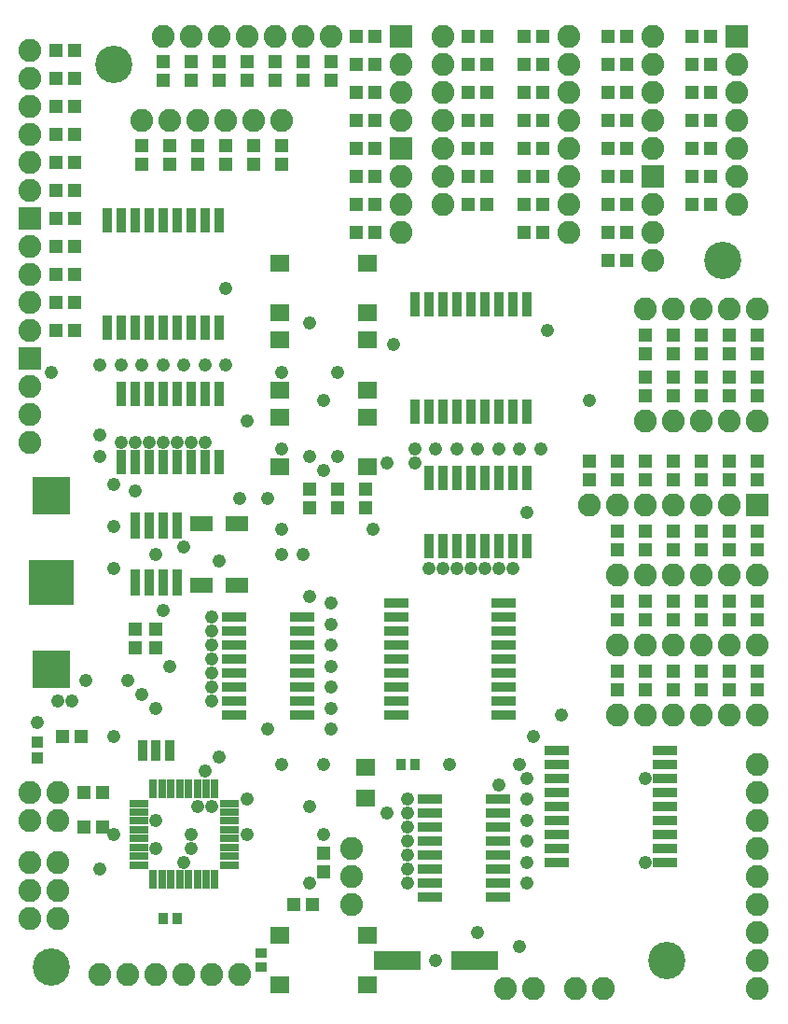
<source format=gts>
G75*
G70*
%OFA0B0*%
%FSLAX24Y24*%
%IPPOS*%
%LPD*%
%AMOC8*
5,1,8,0,0,1.08239X$1,22.5*
%
%ADD10C,0.1330*%
%ADD11R,0.0280X0.0660*%
%ADD12R,0.0660X0.0280*%
%ADD13R,0.0474X0.0513*%
%ADD14R,0.0395X0.0395*%
%ADD15R,0.0356X0.0749*%
%ADD16R,0.0356X0.0434*%
%ADD17R,0.0710X0.0631*%
%ADD18R,0.0690X0.0592*%
%ADD19C,0.0820*%
%ADD20R,0.0434X0.0356*%
%ADD21R,0.0340X0.0880*%
%ADD22R,0.0880X0.0340*%
%ADD23R,0.0513X0.0474*%
%ADD24R,0.0820X0.0820*%
%ADD25R,0.0320X0.0950*%
%ADD26R,0.1640X0.1640*%
%ADD27R,0.1330X0.1330*%
%ADD28R,0.0830X0.0580*%
%ADD29R,0.1655X0.0710*%
%ADD30C,0.0476*%
D10*
X002286Y001484D03*
X024286Y001734D03*
X026286Y026734D03*
X004536Y033734D03*
D11*
X005936Y007854D03*
X006246Y007854D03*
X006566Y007854D03*
X006876Y007854D03*
X007196Y007854D03*
X007506Y007854D03*
X007826Y007854D03*
X008136Y007854D03*
X008136Y004614D03*
X007826Y004614D03*
X007506Y004614D03*
X007196Y004614D03*
X006876Y004614D03*
X006566Y004614D03*
X006246Y004614D03*
X005936Y004614D03*
D12*
X005416Y005134D03*
X005416Y005444D03*
X005416Y005764D03*
X005416Y006074D03*
X005416Y006394D03*
X005416Y006704D03*
X005416Y007024D03*
X005416Y007334D03*
X008656Y007334D03*
X008656Y007024D03*
X008656Y006704D03*
X008656Y006394D03*
X008656Y006074D03*
X008656Y005764D03*
X008656Y005444D03*
X008656Y005134D03*
D13*
X010952Y003734D03*
X011621Y003734D03*
X012036Y004900D03*
X012036Y005569D03*
X006036Y012900D03*
X006036Y013569D03*
X005286Y013569D03*
X005286Y012900D03*
X003371Y009734D03*
X002702Y009734D03*
X011536Y017900D03*
X011536Y018569D03*
X012536Y018569D03*
X012536Y017900D03*
X013536Y017900D03*
X013536Y018569D03*
X021536Y018900D03*
X021536Y019569D03*
X022536Y019569D03*
X022536Y018900D03*
X023536Y018900D03*
X023536Y019569D03*
X024536Y019569D03*
X024536Y018900D03*
X025536Y018900D03*
X025536Y019569D03*
X026536Y019569D03*
X026536Y018900D03*
X027536Y018900D03*
X027536Y019569D03*
X027536Y021900D03*
X027536Y022569D03*
X027536Y023400D03*
X027536Y024069D03*
X026536Y024069D03*
X026536Y023400D03*
X026536Y022569D03*
X026536Y021900D03*
X025536Y021900D03*
X025536Y022569D03*
X025536Y023400D03*
X025536Y024069D03*
X024536Y024069D03*
X024536Y023400D03*
X024536Y022569D03*
X024536Y021900D03*
X023536Y021900D03*
X023536Y022569D03*
X023536Y023400D03*
X023536Y024069D03*
X023536Y017069D03*
X023536Y016400D03*
X024536Y016400D03*
X024536Y017069D03*
X025536Y017069D03*
X025536Y016400D03*
X026536Y016400D03*
X026536Y017069D03*
X027536Y017069D03*
X027536Y016400D03*
X027536Y014569D03*
X027536Y013900D03*
X026536Y013900D03*
X026536Y014569D03*
X025536Y014569D03*
X025536Y013900D03*
X024536Y013900D03*
X024536Y014569D03*
X023536Y014569D03*
X023536Y013900D03*
X022536Y013900D03*
X022536Y014569D03*
X022536Y016400D03*
X022536Y017069D03*
X022536Y012069D03*
X022536Y011400D03*
X023536Y011400D03*
X023536Y012069D03*
X024536Y012069D03*
X024536Y011400D03*
X025536Y011400D03*
X025536Y012069D03*
X026536Y012069D03*
X026536Y011400D03*
X027536Y011400D03*
X027536Y012069D03*
X010536Y030150D03*
X010536Y030819D03*
X009536Y030819D03*
X009536Y030150D03*
X008536Y030150D03*
X008536Y030819D03*
X007536Y030819D03*
X007536Y030150D03*
X006536Y030150D03*
X006536Y030819D03*
X005536Y030819D03*
X005536Y030150D03*
X006286Y033150D03*
X006286Y033819D03*
X007286Y033819D03*
X007286Y033150D03*
X008286Y033150D03*
X008286Y033819D03*
X009286Y033819D03*
X009286Y033150D03*
X010286Y033150D03*
X010286Y033819D03*
X011286Y033819D03*
X011286Y033150D03*
X012286Y033150D03*
X012286Y033819D03*
D14*
X001786Y009529D03*
X001786Y008939D03*
D15*
X005564Y009234D03*
X006036Y009234D03*
X006509Y009234D03*
D16*
X006281Y003234D03*
X006792Y003234D03*
X014781Y008734D03*
X015292Y008734D03*
D17*
X013536Y008635D03*
X013536Y007533D03*
D18*
X013601Y002620D03*
X013601Y000848D03*
X010471Y000848D03*
X010471Y002620D03*
X010471Y019348D03*
X010471Y021120D03*
X010471Y022098D03*
X010471Y023870D03*
X010471Y024848D03*
X010471Y026620D03*
X013601Y026620D03*
X013601Y024848D03*
X013601Y023870D03*
X013601Y022098D03*
X013601Y021120D03*
X013601Y019348D03*
D19*
X021536Y017984D03*
X022536Y017984D03*
X023536Y017984D03*
X024536Y017984D03*
X025536Y017984D03*
X026536Y017984D03*
X026536Y015484D03*
X025536Y015484D03*
X024536Y015484D03*
X023536Y015484D03*
X022536Y015484D03*
X022536Y012984D03*
X023536Y012984D03*
X024536Y012984D03*
X025536Y012984D03*
X026536Y012984D03*
X027536Y012984D03*
X027536Y010484D03*
X026536Y010484D03*
X025536Y010484D03*
X024536Y010484D03*
X023536Y010484D03*
X022536Y010484D03*
X027536Y008734D03*
X027536Y007734D03*
X027536Y006734D03*
X027536Y005734D03*
X027536Y004734D03*
X027536Y003734D03*
X027536Y002734D03*
X027536Y001734D03*
X027536Y000734D03*
X022036Y000734D03*
X021036Y000734D03*
X019536Y000734D03*
X018536Y000734D03*
X013036Y003734D03*
X013036Y004734D03*
X013036Y005734D03*
X009036Y001234D03*
X008036Y001234D03*
X007036Y001234D03*
X006036Y001234D03*
X005036Y001234D03*
X004036Y001234D03*
X002536Y003234D03*
X002536Y004234D03*
X001536Y004234D03*
X001536Y003234D03*
X001536Y005234D03*
X002536Y005234D03*
X002536Y006734D03*
X002536Y007734D03*
X001536Y007734D03*
X001536Y006734D03*
X001536Y020234D03*
X001536Y021234D03*
X001536Y022234D03*
X001536Y024234D03*
X001536Y025234D03*
X001536Y026234D03*
X001536Y027234D03*
X001536Y029234D03*
X001536Y030234D03*
X001536Y031234D03*
X001536Y032234D03*
X001536Y033234D03*
X001536Y034234D03*
X005536Y031734D03*
X006536Y031734D03*
X007536Y031734D03*
X008536Y031734D03*
X009536Y031734D03*
X010536Y031734D03*
X010286Y034734D03*
X009286Y034734D03*
X008286Y034734D03*
X007286Y034734D03*
X006286Y034734D03*
X011286Y034734D03*
X012286Y034734D03*
X014786Y033734D03*
X014786Y032734D03*
X014786Y031734D03*
X016286Y031734D03*
X016286Y030734D03*
X016286Y029734D03*
X016286Y028734D03*
X014786Y028734D03*
X014786Y027734D03*
X014786Y029734D03*
X016286Y032734D03*
X016286Y033734D03*
X016286Y034734D03*
X020786Y034734D03*
X020786Y033734D03*
X020786Y032734D03*
X020786Y031734D03*
X020786Y030734D03*
X020786Y029734D03*
X020786Y028734D03*
X020786Y027734D03*
X023786Y027734D03*
X023786Y026734D03*
X023536Y024984D03*
X024536Y024984D03*
X025536Y024984D03*
X026536Y024984D03*
X027536Y024984D03*
X026786Y028734D03*
X026786Y029734D03*
X026786Y030734D03*
X026786Y031734D03*
X026786Y032734D03*
X026786Y033734D03*
X023786Y033734D03*
X023786Y032734D03*
X023786Y031734D03*
X023786Y030734D03*
X023786Y028734D03*
X023786Y034734D03*
X023536Y020984D03*
X024536Y020984D03*
X025536Y020984D03*
X026536Y020984D03*
X027536Y020984D03*
X027536Y015484D03*
D20*
X009786Y001990D03*
X009786Y001478D03*
D21*
X015786Y016524D03*
X016286Y016524D03*
X016786Y016524D03*
X017286Y016524D03*
X017786Y016524D03*
X018286Y016524D03*
X018786Y016524D03*
X019286Y016524D03*
X019286Y018944D03*
X018786Y018944D03*
X018286Y018944D03*
X017786Y018944D03*
X017286Y018944D03*
X016786Y018944D03*
X016286Y018944D03*
X015786Y018944D03*
X015786Y021304D03*
X016286Y021304D03*
X016786Y021304D03*
X017286Y021304D03*
X017786Y021304D03*
X018286Y021304D03*
X018786Y021304D03*
X019286Y021304D03*
X019286Y025164D03*
X018786Y025164D03*
X018286Y025164D03*
X017786Y025164D03*
X017286Y025164D03*
X016786Y025164D03*
X016286Y025164D03*
X015786Y025164D03*
X015286Y025164D03*
X015286Y021304D03*
X008286Y021944D03*
X007786Y021944D03*
X007286Y021944D03*
X006786Y021944D03*
X006286Y021944D03*
X005786Y021944D03*
X005286Y021944D03*
X004786Y021944D03*
X004786Y024304D03*
X004286Y024304D03*
X005286Y024304D03*
X005786Y024304D03*
X006286Y024304D03*
X006786Y024304D03*
X007286Y024304D03*
X007786Y024304D03*
X008286Y024304D03*
X008286Y028164D03*
X007786Y028164D03*
X007286Y028164D03*
X006786Y028164D03*
X006286Y028164D03*
X005786Y028164D03*
X005286Y028164D03*
X004786Y028164D03*
X004286Y028164D03*
X004786Y019524D03*
X005286Y019524D03*
X005786Y019524D03*
X006286Y019524D03*
X006786Y019524D03*
X007286Y019524D03*
X007786Y019524D03*
X008286Y019524D03*
D22*
X008826Y013984D03*
X008826Y013484D03*
X008826Y012984D03*
X008826Y012484D03*
X008826Y011984D03*
X008826Y011484D03*
X008826Y010984D03*
X008826Y010484D03*
X011246Y010484D03*
X011246Y010984D03*
X011246Y011484D03*
X011246Y011984D03*
X011246Y012484D03*
X011246Y012984D03*
X011246Y013484D03*
X011246Y013984D03*
X014606Y013984D03*
X014606Y013484D03*
X014606Y012984D03*
X014606Y012484D03*
X014606Y011984D03*
X014606Y011484D03*
X014606Y010984D03*
X014606Y010484D03*
X015826Y007484D03*
X015826Y006984D03*
X015826Y006484D03*
X015826Y005984D03*
X015826Y005484D03*
X015826Y004984D03*
X015826Y004484D03*
X015826Y003984D03*
X018246Y003984D03*
X018246Y004484D03*
X018246Y004984D03*
X018246Y005484D03*
X018246Y005984D03*
X018246Y006484D03*
X018246Y006984D03*
X018246Y007484D03*
X020356Y007234D03*
X020356Y006734D03*
X020356Y006234D03*
X020356Y005734D03*
X020356Y005234D03*
X020356Y007734D03*
X020356Y008234D03*
X020356Y008734D03*
X020356Y009234D03*
X018466Y010484D03*
X018466Y010984D03*
X018466Y011484D03*
X018466Y011984D03*
X018466Y012484D03*
X018466Y012984D03*
X018466Y013484D03*
X018466Y013984D03*
X018466Y014484D03*
X014606Y014484D03*
X024216Y009234D03*
X024216Y008734D03*
X024216Y008234D03*
X024216Y007734D03*
X024216Y007234D03*
X024216Y006734D03*
X024216Y006234D03*
X024216Y005734D03*
X024216Y005234D03*
D23*
X022871Y026734D03*
X022202Y026734D03*
X022202Y027734D03*
X022871Y027734D03*
X022871Y028734D03*
X022202Y028734D03*
X022202Y029734D03*
X022871Y029734D03*
X022871Y030734D03*
X022202Y030734D03*
X022202Y031734D03*
X022871Y031734D03*
X022871Y032734D03*
X022202Y032734D03*
X022202Y033734D03*
X022871Y033734D03*
X022871Y034734D03*
X022202Y034734D03*
X019871Y034734D03*
X019202Y034734D03*
X019202Y033734D03*
X019871Y033734D03*
X019871Y032734D03*
X019202Y032734D03*
X019202Y031734D03*
X019871Y031734D03*
X019871Y030734D03*
X019202Y030734D03*
X019202Y029734D03*
X019871Y029734D03*
X019871Y028734D03*
X019202Y028734D03*
X019202Y027734D03*
X019871Y027734D03*
X017871Y028734D03*
X017202Y028734D03*
X017202Y029734D03*
X017871Y029734D03*
X017871Y030734D03*
X017202Y030734D03*
X017202Y031734D03*
X017871Y031734D03*
X017871Y032734D03*
X017202Y032734D03*
X017202Y033734D03*
X017871Y033734D03*
X017871Y034734D03*
X017202Y034734D03*
X013871Y034734D03*
X013202Y034734D03*
X013202Y033734D03*
X013871Y033734D03*
X013871Y032734D03*
X013202Y032734D03*
X013202Y031734D03*
X013871Y031734D03*
X013871Y030734D03*
X013202Y030734D03*
X013202Y029734D03*
X013871Y029734D03*
X013871Y028734D03*
X013202Y028734D03*
X013202Y027734D03*
X013871Y027734D03*
X003121Y027234D03*
X002452Y027234D03*
X002452Y026234D03*
X003121Y026234D03*
X003121Y025234D03*
X002452Y025234D03*
X002452Y024234D03*
X003121Y024234D03*
X003121Y028234D03*
X002452Y028234D03*
X002452Y029234D03*
X003121Y029234D03*
X003121Y030234D03*
X002452Y030234D03*
X002452Y031234D03*
X003121Y031234D03*
X003121Y032234D03*
X002452Y032234D03*
X002452Y033234D03*
X003121Y033234D03*
X003121Y034234D03*
X002452Y034234D03*
X025202Y033734D03*
X025871Y033734D03*
X025871Y032734D03*
X025202Y032734D03*
X025202Y031734D03*
X025871Y031734D03*
X025871Y030734D03*
X025202Y030734D03*
X025202Y029734D03*
X025871Y029734D03*
X025871Y028734D03*
X025202Y028734D03*
X025202Y034734D03*
X025871Y034734D03*
X004121Y007734D03*
X003452Y007734D03*
X003452Y006484D03*
X004121Y006484D03*
D24*
X001536Y023234D03*
X001536Y028234D03*
X014786Y030734D03*
X014786Y034734D03*
X023786Y029734D03*
X026786Y034734D03*
X027536Y017984D03*
D25*
X006786Y017264D03*
X006286Y017264D03*
X005786Y017264D03*
X005286Y017264D03*
X005286Y015204D03*
X005786Y015204D03*
X006286Y015204D03*
X006786Y015204D03*
D26*
X002286Y015234D03*
D27*
X002286Y018334D03*
X002286Y012134D03*
D28*
X007661Y015134D03*
X008911Y015134D03*
X008911Y017334D03*
X007661Y017334D03*
D29*
X014639Y001734D03*
X017434Y001734D03*
D30*
X017536Y002734D03*
X016036Y001734D03*
X015036Y004484D03*
X015036Y004984D03*
X015036Y005484D03*
X015036Y005984D03*
X015036Y006484D03*
X015036Y006984D03*
X015036Y007484D03*
X014286Y006984D03*
X012036Y006234D03*
X011536Y007234D03*
X012036Y008734D03*
X012286Y009984D03*
X012286Y010734D03*
X012286Y011484D03*
X012286Y012234D03*
X012286Y012984D03*
X012286Y013734D03*
X012286Y014484D03*
X011536Y014734D03*
X011286Y016234D03*
X010536Y016234D03*
X010536Y017134D03*
X010036Y018234D03*
X009036Y018234D03*
X010536Y019984D03*
X011536Y019734D03*
X012036Y019234D03*
X012536Y019734D03*
X014286Y019484D03*
X015286Y019484D03*
X015286Y019984D03*
X016036Y019984D03*
X016786Y019984D03*
X017536Y019984D03*
X018286Y019984D03*
X019036Y019984D03*
X019786Y019984D03*
X021536Y021734D03*
X020036Y024234D03*
X014536Y023734D03*
X012536Y022734D03*
X012036Y021734D03*
X010536Y022734D03*
X011536Y024484D03*
X008536Y025734D03*
X008536Y022984D03*
X007786Y022984D03*
X007036Y022984D03*
X006286Y022984D03*
X005536Y022984D03*
X004786Y022984D03*
X004036Y022984D03*
X002286Y022734D03*
X004036Y020484D03*
X004036Y019734D03*
X004786Y020234D03*
X005286Y020234D03*
X005786Y020234D03*
X006286Y020234D03*
X006786Y020234D03*
X007286Y020234D03*
X007786Y020234D03*
X009286Y020984D03*
X005286Y018484D03*
X004536Y018734D03*
X004536Y017234D03*
X004536Y015734D03*
X006036Y016234D03*
X007036Y016484D03*
X008286Y015984D03*
X008036Y013984D03*
X008036Y013484D03*
X008036Y012984D03*
X008036Y012484D03*
X008036Y011984D03*
X008036Y011484D03*
X008036Y010984D03*
X006536Y012234D03*
X005536Y011234D03*
X005036Y011734D03*
X006036Y010734D03*
X004536Y009734D03*
X003036Y010984D03*
X002536Y010984D03*
X001786Y010234D03*
X003536Y011734D03*
X006286Y014234D03*
X010036Y009984D03*
X010536Y008734D03*
X009286Y007484D03*
X009286Y006234D03*
X008036Y007234D03*
X007536Y007234D03*
X007286Y006234D03*
X007286Y005734D03*
X007036Y005234D03*
X006036Y005734D03*
X006036Y006734D03*
X004536Y006234D03*
X004036Y004984D03*
X007786Y008484D03*
X008286Y008984D03*
X011536Y004484D03*
X016536Y008734D03*
X018286Y007984D03*
X019036Y008734D03*
X019286Y008234D03*
X019286Y007484D03*
X019286Y006734D03*
X019286Y005984D03*
X019286Y005234D03*
X019286Y004484D03*
X019036Y002234D03*
X023536Y005234D03*
X023536Y008234D03*
X020536Y010484D03*
X019536Y009734D03*
X018786Y015734D03*
X018286Y015734D03*
X017786Y015734D03*
X017286Y015734D03*
X016786Y015734D03*
X016286Y015734D03*
X015786Y015734D03*
X013786Y017134D03*
X019286Y017734D03*
M02*

</source>
